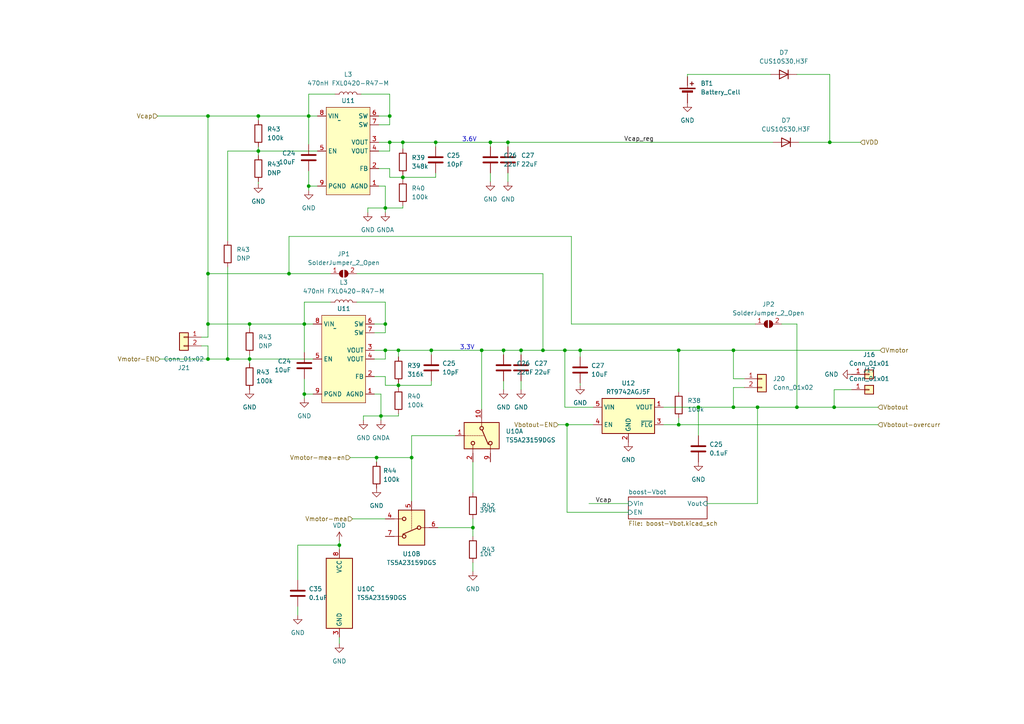
<source format=kicad_sch>
(kicad_sch (version 20230121) (generator eeschema)
  (paper "A4")
  (lib_symbols
    (symbol "Analog_Switch:TS5A23159DGS"
      (property "Reference" "U" (at -5.08 8.89 0))
      (property "Value" "TS5A23159DGS" (at -5.08 6.985 0))
      (symbol "TS5A23159DGS_1_1"
        (rectangle (start -3.81 5.08) (end 3.81 -5.08) (stroke (width 0.254)) (fill (type background)))
        (circle (center -2.159 0) (radius 0.508) (stroke (width 0.254)))
        (polyline (pts (xy -5.08 0) (xy -2.794 0)))
        (polyline (pts (xy -1.651 0.127) (xy 2.54 1.905)) (stroke (width 0.254)))
        (polyline (pts (xy 0 -5.08) (xy 0 -4.572)))
        (polyline (pts (xy 0 -4.318) (xy 0 -4.064)))
        (polyline (pts (xy 0 -3.81) (xy 0 -3.556)))
        (polyline (pts (xy 0 -3.302) (xy 0 -3.048)))
        (polyline (pts (xy 0 -2.794) (xy 0 -2.54)))
        (polyline (pts (xy 0 -2.286) (xy 0 -2.032)))
        (polyline (pts (xy 0 -1.778) (xy 0 -1.524)))
        (polyline (pts (xy 0 -1.27) (xy 0 -1.016)))
        (polyline (pts (xy 0 -0.762) (xy 0 -0.508)))
        (polyline (pts (xy 0 -0.254) (xy 0 0)))
        (polyline (pts (xy 0 0.254) (xy 0 0.508)))
        (polyline (pts (xy 5.08 -2.54) (xy 2.794 -2.54)))
        (polyline (pts (xy 5.08 2.54) (xy 2.794 2.54)))
        (circle (center 2.159 -2.54) (radius 0.508) (stroke (width 0.254)))
        (circle (center 2.159 2.54) (radius 0.508) (stroke (width 0.254)))
        (pin input line (at 0 -7.62 90) (length 2.54) (name "~") (number "1"))
        (pin passive line (at -7.62 0 0) (length 2.54) (name "~") (number "10"))
        (pin passive line (at 7.62 -2.54 180) (length 2.54) (name "~") (number "2"))
        (pin passive line (at 7.62 2.54 180) (length 2.54) (name "~") (number "9"))
      )
      (symbol "TS5A23159DGS_2_1"
        (rectangle (start -3.81 5.08) (end 3.81 -5.08) (stroke (width 0.254)) (fill (type background)))
        (circle (center -2.159 0) (radius 0.508) (stroke (width 0.254)))
        (polyline (pts (xy -5.08 0) (xy -2.794 0)))
        (polyline (pts (xy -1.651 0.127) (xy 2.54 1.905)) (stroke (width 0.254)))
        (polyline (pts (xy 0 -5.08) (xy 0 -4.572)))
        (polyline (pts (xy 0 -4.318) (xy 0 -4.064)))
        (polyline (pts (xy 0 -3.81) (xy 0 -3.556)))
        (polyline (pts (xy 0 -3.302) (xy 0 -3.048)))
        (polyline (pts (xy 0 -2.794) (xy 0 -2.54)))
        (polyline (pts (xy 0 -2.286) (xy 0 -2.032)))
        (polyline (pts (xy 0 -1.778) (xy 0 -1.524)))
        (polyline (pts (xy 0 -1.27) (xy 0 -1.016)))
        (polyline (pts (xy 0 -0.762) (xy 0 -0.508)))
        (polyline (pts (xy 0 -0.254) (xy 0 0)))
        (polyline (pts (xy 0 0.254) (xy 0 0.508)))
        (polyline (pts (xy 5.08 -2.54) (xy 2.794 -2.54)))
        (polyline (pts (xy 5.08 2.54) (xy 2.794 2.54)))
        (circle (center 2.159 -2.54) (radius 0.508) (stroke (width 0.254)))
        (circle (center 2.159 2.54) (radius 0.508) (stroke (width 0.254)))
        (pin passive line (at 7.62 -2.54 180) (length 2.54) (name "~") (number "4"))
        (pin input line (at 0 -7.62 90) (length 2.54) (name "~") (number "5"))
        (pin passive line (at -7.62 0 0) (length 2.54) (name "~") (number "6"))
        (pin passive line (at 7.62 2.54 180) (length 2.54) (name "~") (number "7"))
      )
      (symbol "TS5A23159DGS_3_1"
        (rectangle (start -3.81 10.16) (end 3.81 -10.16) (stroke (width 0.254)) (fill (type background)))
        (pin power_in line (at 0 -12.7 90) (length 2.54) (name "GND") (number "3"))
        (pin power_in line (at 0 12.7 270) (length 2.54) (name "VCC") (number "8"))
      )
    )
    (symbol "Connector_Generic:Conn_01x01" (pin_names (offset 1.016) hide)
      (property "Reference" "J" (at 0 2.54 0))
      (property "Value" "Conn_01x01" (at 0 -2.54 0))
      (symbol "Conn_01x01_1_1"
        (rectangle (start -1.27 0.127) (end 0 -0.127) (stroke (width 0.1524)))
        (rectangle (start -1.27 1.27) (end 1.27 -1.27) (stroke (width 0.254)) (fill (type background)))
        (pin passive line (at -5.08 0 0) (length 3.81) (name "Pin_1") (number "1"))
      )
    )
    (symbol "Connector_Generic:Conn_01x02" (pin_names (offset 1.016) hide)
      (property "Reference" "J" (at 0 2.54 0))
      (property "Value" "Conn_01x02" (at 0 -5.08 0))
      (symbol "Conn_01x02_1_1"
        (rectangle (start -1.27 -2.413) (end 0 -2.667) (stroke (width 0.1524)))
        (rectangle (start -1.27 0.127) (end 0 -0.127) (stroke (width 0.1524)))
        (rectangle (start -1.27 1.27) (end 1.27 -3.81) (stroke (width 0.254)) (fill (type background)))
        (pin passive line (at -5.08 0 0) (length 3.81) (name "Pin_1") (number "1"))
        (pin passive line (at -5.08 -2.54 0) (length 3.81) (name "Pin_2") (number "2"))
      )
    )
    (symbol "Device:Battery_Cell" (pin_numbers hide) (pin_names (offset 0) hide)
      (property "Reference" "BT" (at 2.54 2.54 0))
      (property "Value" "Battery_Cell" (at 2.54 0 0))
      (symbol "Battery_Cell_0_1"
        (rectangle (start -2.286 1.778) (end 2.286 1.524) (fill (type outline)))
        (rectangle (start -1.524 1.016) (end 1.524 0.508) (fill (type outline)))
        (polyline (pts (xy 0 0.762) (xy 0 0)))
        (polyline (pts (xy 0 1.778) (xy 0 2.54)))
        (polyline (pts (xy 0.762 3.048) (xy 1.778 3.048)) (stroke (width 0.254)))
        (polyline (pts (xy 1.27 3.556) (xy 1.27 2.54)) (stroke (width 0.254)))
      )
      (symbol "Battery_Cell_1_1"
        (pin passive line (at 0 5.08 270) (length 2.54) (name "+") (number "1"))
        (pin passive line (at 0 -2.54 90) (length 2.54) (name "-") (number "2"))
      )
    )
    (symbol "Device:C" (pin_numbers hide) (pin_names (offset 0.254))
      (property "Reference" "C" (at 0.635 2.54 0))
      (property "Value" "C" (at 0.635 -2.54 0))
      (symbol "C_0_1"
        (polyline (pts (xy -2.032 -0.762) (xy 2.032 -0.762)) (stroke (width 0.508)))
        (polyline (pts (xy -2.032 0.762) (xy 2.032 0.762)) (stroke (width 0.508)))
      )
      (symbol "C_1_1"
        (pin passive line (at 0 3.81 270) (length 2.794) (name "~") (number "1"))
        (pin passive line (at 0 -3.81 90) (length 2.794) (name "~") (number "2"))
      )
    )
    (symbol "Device:L" (pin_numbers hide) (pin_names (offset 1.016) hide)
      (property "Reference" "L" (at -1.27 0 90))
      (property "Value" "L" (at 1.905 0 90))
      (symbol "L_0_1"
        (arc (start 0 -2.54) (mid 0.6323 -1.905) (end 0 -1.27))
        (arc (start 0 -1.27) (mid 0.6323 -0.635) (end 0 0))
        (arc (start 0 0) (mid 0.6323 0.635) (end 0 1.27))
        (arc (start 0 1.27) (mid 0.6323 1.905) (end 0 2.54))
      )
      (symbol "L_1_1"
        (pin passive line (at 0 3.81 270) (length 1.27) (name "1") (number "1"))
        (pin passive line (at 0 -3.81 90) (length 1.27) (name "2") (number "2"))
      )
    )
    (symbol "Device:R" (pin_numbers hide) (pin_names (offset 0))
      (property "Reference" "R" (at 2.032 0 90))
      (property "Value" "R" (at 0 0 90))
      (symbol "R_0_1"
        (rectangle (start -1.016 -2.54) (end 1.016 2.54) (stroke (width 0.254)))
      )
      (symbol "R_1_1"
        (pin passive line (at 0 3.81 270) (length 1.27) (name "~") (number "1"))
        (pin passive line (at 0 -3.81 90) (length 1.27) (name "~") (number "2"))
      )
    )
    (symbol "Diode:1N4148WS" (pin_numbers hide) (pin_names hide)
      (property "Reference" "D" (at 0 2.54 0))
      (property "Value" "1N4148WS" (at 0 -2.54 0))
      (symbol "1N4148WS_0_1"
        (polyline (pts (xy -1.27 1.27) (xy -1.27 -1.27)) (stroke (width 0.254)))
        (polyline (pts (xy 1.27 0) (xy -1.27 0)))
        (polyline (pts (xy 1.27 1.27) (xy 1.27 -1.27) (xy -1.27 0) (xy 1.27 1.27)) (stroke (width 0.254)))
      )
      (symbol "1N4148WS_1_1"
        (pin passive line (at -3.81 0 0) (length 2.54) (name "K") (number "1"))
        (pin passive line (at 3.81 0 180) (length 2.54) (name "A") (number "2"))
      )
    )
    (symbol "Jumper:SolderJumper_2_Open" (pin_names (offset 0) hide)
      (property "Reference" "JP" (at 0 2.032 0))
      (property "Value" "SolderJumper_2_Open" (at 0 -2.54 0))
      (symbol "SolderJumper_2_Open_0_1"
        (arc (start -0.254 1.016) (mid -1.2656 0) (end -0.254 -1.016))
        (arc (start -0.254 1.016) (mid -1.2656 0) (end -0.254 -1.016) (fill (type outline)))
        (polyline (pts (xy -0.254 1.016) (xy -0.254 -1.016)))
        (polyline (pts (xy 0.254 1.016) (xy 0.254 -1.016)))
        (arc (start 0.254 -1.016) (mid 1.2656 0) (end 0.254 1.016))
        (arc (start 0.254 -1.016) (mid 1.2656 0) (end 0.254 1.016) (fill (type outline)))
      )
      (symbol "SolderJumper_2_Open_1_1"
        (pin passive line (at -3.81 0 0) (length 2.54) (name "A") (number "1"))
        (pin passive line (at 3.81 0 180) (length 2.54) (name "B") (number "2"))
      )
    )
    (symbol "Power_Management:RT9742AGJ5F"
      (property "Reference" "U" (at 0 10.16 0))
      (property "Value" "RT9742AGJ5F" (at 0 7.62 0))
      (symbol "RT9742AGJ5F_0_1"
        (rectangle (start -7.62 5.08) (end 7.62 -5.08) (stroke (width 0.254)) (fill (type background)))
      )
      (symbol "RT9742AGJ5F_1_1"
        (pin power_out line (at 10.16 2.54 180) (length 2.54) (name "VOUT") (number "1"))
        (pin power_in line (at 0 -7.62 90) (length 2.54) (name "GND") (number "2"))
        (pin open_collector line (at 10.16 -2.54 180) (length 2.54) (name "~{FLG}") (number "3"))
        (pin input line (at -10.16 -2.54 0) (length 2.54) (name "EN") (number "4"))
        (pin power_in line (at -10.16 2.54 0) (length 2.54) (name "VIN") (number "5"))
      )
    )
    (symbol "boost-TPS61021A_1"
      (property "Reference" "U" (at 0 13.97 0))
      (symbol "boost-TPS61021A_1_1_1"
        (rectangle (start -6.35 12.7) (end 6.35 -12.7) (fill (type background)))
        (pin input line (at 8.89 -10.16 180) (length 2.54) (name "AGND") (number "1"))
        (pin input line (at 8.89 -5.08 180) (length 2.54) (name "FB") (number "2"))
        (pin power_out line (at 8.89 2.54 180) (length 2.54) (name "VOUT") (number "3"))
        (pin power_out line (at 8.89 0 180) (length 2.54) (name "VOUT") (number "4"))
        (pin input line (at -8.89 0 0) (length 2.54) (name "EN") (number "5"))
        (pin power_out line (at 8.89 10.16 180) (length 2.54) (name "SW") (number "6"))
        (pin power_out line (at 8.89 7.62 180) (length 2.54) (name "SW") (number "7"))
        (pin power_in line (at -8.89 10.16 0) (length 2.54) (name "VIN") (number "8"))
        (pin power_in line (at -8.89 -10.16 0) (length 2.54) (name "PGND") (number "9"))
      )
    )
    (symbol "power:GND" (power) (pin_names (offset 0))
      (property "Value" "GND" (at 0 -3.81 0))
      (symbol "GND_0_1"
        (polyline (pts (xy 0 0) (xy 0 -1.27) (xy 1.27 -1.27) (xy 0 -2.54) (xy -1.27 -1.27) (xy 0 -1.27)))
      )
      (symbol "GND_1_1"
        (pin power_in line (at 0 0 270) (length 0) hide (name "GND") (number "1"))
      )
    )
    (symbol "power:GNDA" (power) (pin_names (offset 0))
      (property "Value" "GNDA" (at 0 -3.81 0))
      (symbol "GNDA_0_1"
        (polyline (pts (xy 0 0) (xy 0 -1.27) (xy 1.27 -1.27) (xy 0 -2.54) (xy -1.27 -1.27) (xy 0 -1.27)))
      )
      (symbol "GNDA_1_1"
        (pin power_in line (at 0 0 270) (length 0) hide (name "GNDA") (number "1"))
      )
    )
    (symbol "power:VDD" (power) (pin_names (offset 0))
      (property "Value" "VDD" (at 0 3.81 0))
      (symbol "VDD_0_1"
        (polyline (pts (xy -0.762 1.27) (xy 0 2.54)))
        (polyline (pts (xy 0 0) (xy 0 2.54)))
        (polyline (pts (xy 0 2.54) (xy 0.762 1.27)))
      )
      (symbol "VDD_1_1"
        (pin power_in line (at 0 0 90) (length 0) hide (name "VDD") (number "1"))
      )
    )
  )
  (junction (at 115.57 101.6))
  (junction (at 111.76 101.6))
  (junction (at 60.325 79.375))
  (junction (at 60.325 104.14))
  (junction (at 212.725 118.11))
  (junction (at 110.49 120.65))
  (junction (at 163.83 101.6))
  (junction (at 88.265 114.3))
  (junction (at 60.325 33.655))
  (junction (at 116.84 51.435))
  (junction (at 168.275 101.6))
  (junction (at 139.7 101.6))
  (junction (at 147.32 41.275))
  (junction (at 157.48 101.6))
  (junction (at 196.85 123.19))
  (junction (at 151.13 101.6))
  (junction (at 111.76 93.98))
  (junction (at 164.465 123.19))
  (junction (at 212.725 101.6))
  (junction (at 116.84 41.275))
  (junction (at 240.665 41.275))
  (junction (at 126.365 41.275))
  (junction (at 113.03 33.655))
  (junction (at 89.535 33.655))
  (junction (at 241.935 118.11))
  (junction (at 98.425 158.115))
  (junction (at 66.04 104.14))
  (junction (at 137.16 153.035))
  (junction (at 88.265 93.98))
  (junction (at 146.05 101.6))
  (junction (at 111.76 60.325))
  (junction (at 72.39 93.98))
  (junction (at 115.57 111.76))
  (junction (at 231.14 118.11))
  (junction (at 202.565 118.11))
  (junction (at 125.095 101.6))
  (junction (at 74.93 33.655))
  (junction (at 89.535 53.975))
  (junction (at 60.325 93.98))
  (junction (at 109.22 132.715))
  (junction (at 74.93 43.815))
  (junction (at 72.39 104.14))
  (junction (at 142.24 41.275))
  (junction (at 119.38 132.715))
  (junction (at 113.03 41.275))
  (junction (at 83.82 79.375))
  (junction (at 219.71 118.11))
  (junction (at 196.85 101.6))
  (wire (pts (xy 88.265 87.63) (xy 88.265 93.98)))
  (wire (pts (xy 116.84 41.275) (xy 116.84 43.18)))
  (wire (pts (xy 116.84 41.275) (xy 126.365 41.275)))
  (wire (pts (xy 60.325 100.33) (xy 60.325 104.14)))
  (wire (pts (xy 105.41 120.65) (xy 110.49 120.65)))
  (wire (pts (xy 58.42 97.79) (xy 60.325 97.79)))
  (wire (pts (xy 89.535 33.655) (xy 92.075 33.655)))
  (wire (pts (xy 151.13 113.03) (xy 151.13 110.49)))
  (wire (pts (xy 205.105 146.05) (xy 219.71 146.05)))
  (wire (pts (xy 231.775 41.275) (xy 240.665 41.275)))
  (wire (pts (xy 115.57 111.76) (xy 115.57 112.395)))
  (wire (pts (xy 72.39 93.98) (xy 72.39 95.25)))
  (wire (pts (xy 212.725 118.11) (xy 219.71 118.11)))
  (wire (pts (xy 240.665 21.59) (xy 240.665 41.275)))
  (wire (pts (xy 126.365 41.275) (xy 126.365 42.545)))
  (wire (pts (xy 109.855 41.275) (xy 113.03 41.275)))
  (wire (pts (xy 106.68 60.325) (xy 111.76 60.325)))
  (wire (pts (xy 72.39 104.14) (xy 72.39 105.41)))
  (wire (pts (xy 157.48 79.375) (xy 157.48 101.6)))
  (wire (pts (xy 111.76 109.22) (xy 111.76 111.76)))
  (wire (pts (xy 113.03 48.895) (xy 113.03 51.435)))
  (wire (pts (xy 164.465 148.59) (xy 164.465 123.19)))
  (wire (pts (xy 74.93 43.815) (xy 92.075 43.815)))
  (wire (pts (xy 215.9 109.855) (xy 212.725 109.855)))
  (wire (pts (xy 111.76 53.975) (xy 111.76 60.325)))
  (wire (pts (xy 111.76 104.14) (xy 111.76 101.6)))
  (wire (pts (xy 106.68 61.595) (xy 106.68 60.325)))
  (wire (pts (xy 74.93 43.815) (xy 74.93 45.085)))
  (wire (pts (xy 111.76 93.98) (xy 111.76 87.63)))
  (wire (pts (xy 219.71 118.11) (xy 231.14 118.11)))
  (wire (pts (xy 126.365 51.435) (xy 126.365 50.165)))
  (wire (pts (xy 108.585 114.3) (xy 110.49 114.3)))
  (wire (pts (xy 74.93 33.655) (xy 74.93 34.925)))
  (wire (pts (xy 196.85 101.6) (xy 212.725 101.6)))
  (wire (pts (xy 164.465 123.19) (xy 172.085 123.19)))
  (wire (pts (xy 72.39 93.98) (xy 88.265 93.98)))
  (wire (pts (xy 199.39 22.225) (xy 199.39 21.59)))
  (wire (pts (xy 113.03 36.195) (xy 113.03 33.655)))
  (wire (pts (xy 119.38 132.715) (xy 119.38 145.415)))
  (wire (pts (xy 147.32 41.275) (xy 224.155 41.275)))
  (wire (pts (xy 88.265 93.98) (xy 88.265 102.235)))
  (wire (pts (xy 161.925 123.19) (xy 164.465 123.19)))
  (wire (pts (xy 172.085 118.11) (xy 163.83 118.11)))
  (wire (pts (xy 108.585 104.14) (xy 111.76 104.14)))
  (wire (pts (xy 212.725 101.6) (xy 255.27 101.6)))
  (wire (pts (xy 115.57 120.65) (xy 110.49 120.65)))
  (wire (pts (xy 74.93 33.655) (xy 89.535 33.655)))
  (wire (pts (xy 60.325 93.98) (xy 72.39 93.98)))
  (wire (pts (xy 89.535 53.975) (xy 89.535 55.245)))
  (wire (pts (xy 109.855 43.815) (xy 113.03 43.815)))
  (wire (pts (xy 126.365 41.275) (xy 142.24 41.275)))
  (wire (pts (xy 113.03 27.305) (xy 104.775 27.305)))
  (wire (pts (xy 151.13 101.6) (xy 157.48 101.6)))
  (wire (pts (xy 66.04 43.815) (xy 66.04 69.85)))
  (wire (pts (xy 139.7 101.6) (xy 146.05 101.6)))
  (wire (pts (xy 98.425 156.845) (xy 98.425 158.115)))
  (wire (pts (xy 247.015 113.03) (xy 241.935 113.03)))
  (wire (pts (xy 108.585 93.98) (xy 111.76 93.98)))
  (wire (pts (xy 146.05 101.6) (xy 151.13 101.6)))
  (wire (pts (xy 111.76 60.325) (xy 111.76 61.595)))
  (wire (pts (xy 231.14 93.98) (xy 231.14 118.11)))
  (wire (pts (xy 139.7 101.6) (xy 139.7 118.745)))
  (wire (pts (xy 113.03 33.655) (xy 113.03 27.305)))
  (wire (pts (xy 109.22 132.715) (xy 119.38 132.715)))
  (wire (pts (xy 66.04 104.14) (xy 72.39 104.14)))
  (wire (pts (xy 109.22 132.715) (xy 109.22 133.985)))
  (wire (pts (xy 111.76 87.63) (xy 103.505 87.63)))
  (wire (pts (xy 98.425 184.785) (xy 98.425 186.69)))
  (wire (pts (xy 199.39 21.59) (xy 223.52 21.59)))
  (wire (pts (xy 115.57 111.76) (xy 125.095 111.76)))
  (wire (pts (xy 109.855 53.975) (xy 111.76 53.975)))
  (wire (pts (xy 115.57 111.125) (xy 115.57 111.76)))
  (wire (pts (xy 163.83 101.6) (xy 168.275 101.6)))
  (wire (pts (xy 125.095 101.6) (xy 125.095 102.87)))
  (wire (pts (xy 110.49 120.65) (xy 110.49 121.92)))
  (wire (pts (xy 86.36 178.435) (xy 86.36 175.895)))
  (wire (pts (xy 89.535 33.655) (xy 89.535 41.91)))
  (wire (pts (xy 105.41 121.92) (xy 105.41 120.65)))
  (wire (pts (xy 151.13 101.6) (xy 151.13 102.87)))
  (wire (pts (xy 88.265 114.3) (xy 88.265 115.57)))
  (wire (pts (xy 88.265 109.855) (xy 88.265 114.3)))
  (wire (pts (xy 137.16 153.035) (xy 137.16 155.575)))
  (wire (pts (xy 146.05 113.03) (xy 146.05 110.49)))
  (wire (pts (xy 108.585 96.52) (xy 111.76 96.52)))
  (wire (pts (xy 113.03 51.435) (xy 116.84 51.435)))
  (wire (pts (xy 215.9 112.395) (xy 212.725 112.395)))
  (wire (pts (xy 142.24 41.275) (xy 147.32 41.275)))
  (wire (pts (xy 45.72 33.655) (xy 60.325 33.655)))
  (wire (pts (xy 231.14 21.59) (xy 240.665 21.59)))
  (wire (pts (xy 182.245 148.59) (xy 164.465 148.59)))
  (wire (pts (xy 115.57 101.6) (xy 125.095 101.6)))
  (wire (pts (xy 163.83 118.11) (xy 163.83 101.6)))
  (wire (pts (xy 88.265 93.98) (xy 90.805 93.98)))
  (wire (pts (xy 72.39 102.87) (xy 72.39 104.14)))
  (wire (pts (xy 86.36 168.275) (xy 86.36 158.115)))
  (wire (pts (xy 109.855 48.895) (xy 113.03 48.895)))
  (wire (pts (xy 127 153.035) (xy 137.16 153.035)))
  (wire (pts (xy 110.49 114.3) (xy 110.49 120.65)))
  (wire (pts (xy 46.355 104.14) (xy 60.325 104.14)))
  (wire (pts (xy 60.325 33.655) (xy 60.325 79.375)))
  (wire (pts (xy 89.535 49.53) (xy 89.535 53.975)))
  (wire (pts (xy 119.38 126.365) (xy 119.38 132.715)))
  (wire (pts (xy 241.935 113.03) (xy 241.935 118.11)))
  (wire (pts (xy 74.93 53.34) (xy 74.93 52.705)))
  (wire (pts (xy 168.275 101.6) (xy 196.85 101.6)))
  (wire (pts (xy 109.855 36.195) (xy 113.03 36.195)))
  (wire (pts (xy 137.16 150.495) (xy 137.16 153.035)))
  (wire (pts (xy 165.735 93.98) (xy 165.735 68.58)))
  (wire (pts (xy 125.095 111.76) (xy 125.095 110.49)))
  (wire (pts (xy 116.84 60.325) (xy 116.84 59.69)))
  (wire (pts (xy 196.85 101.6) (xy 196.85 113.665)))
  (wire (pts (xy 116.84 50.8) (xy 116.84 51.435)))
  (wire (pts (xy 86.36 158.115) (xy 98.425 158.115)))
  (wire (pts (xy 212.725 109.855) (xy 212.725 101.6)))
  (wire (pts (xy 241.935 118.11) (xy 254.635 118.11)))
  (wire (pts (xy 66.04 43.815) (xy 74.93 43.815)))
  (wire (pts (xy 132.08 126.365) (xy 119.38 126.365)))
  (wire (pts (xy 111.76 96.52) (xy 111.76 93.98)))
  (wire (pts (xy 196.85 123.19) (xy 196.85 121.285)))
  (wire (pts (xy 102.235 150.495) (xy 111.76 150.495)))
  (wire (pts (xy 95.885 87.63) (xy 88.265 87.63)))
  (wire (pts (xy 60.325 33.655) (xy 74.93 33.655)))
  (wire (pts (xy 147.32 41.275) (xy 147.32 42.545)))
  (wire (pts (xy 109.855 33.655) (xy 113.03 33.655)))
  (wire (pts (xy 113.03 41.275) (xy 116.84 41.275)))
  (wire (pts (xy 97.155 27.305) (xy 89.535 27.305)))
  (wire (pts (xy 165.735 68.58) (xy 83.82 68.58)))
  (wire (pts (xy 101.6 132.715) (xy 109.22 132.715)))
  (wire (pts (xy 115.57 120.65) (xy 115.57 120.015)))
  (wire (pts (xy 231.14 118.11) (xy 241.935 118.11)))
  (wire (pts (xy 212.725 112.395) (xy 212.725 118.11)))
  (wire (pts (xy 111.76 111.76) (xy 115.57 111.76)))
  (wire (pts (xy 240.665 41.275) (xy 249.555 41.275)))
  (wire (pts (xy 115.57 101.6) (xy 115.57 103.505)))
  (wire (pts (xy 219.71 146.05) (xy 219.71 118.11)))
  (wire (pts (xy 196.85 123.19) (xy 254.635 123.19)))
  (wire (pts (xy 202.565 118.11) (xy 212.725 118.11)))
  (wire (pts (xy 108.585 101.6) (xy 111.76 101.6)))
  (wire (pts (xy 168.275 101.6) (xy 168.275 103.505)))
  (wire (pts (xy 116.84 51.435) (xy 126.365 51.435)))
  (wire (pts (xy 231.14 93.98) (xy 226.695 93.98)))
  (wire (pts (xy 89.535 53.975) (xy 92.075 53.975)))
  (wire (pts (xy 60.325 79.375) (xy 83.82 79.375)))
  (wire (pts (xy 108.585 109.22) (xy 111.76 109.22)))
  (wire (pts (xy 170.815 146.05) (xy 182.245 146.05)))
  (wire (pts (xy 142.24 52.705) (xy 142.24 50.165)))
  (wire (pts (xy 202.565 118.11) (xy 202.565 126.365)))
  (wire (pts (xy 88.265 114.3) (xy 90.805 114.3)))
  (wire (pts (xy 137.16 133.985) (xy 137.16 142.875)))
  (wire (pts (xy 137.16 163.195) (xy 137.16 165.735)))
  (wire (pts (xy 103.505 79.375) (xy 157.48 79.375)))
  (wire (pts (xy 111.76 101.6) (xy 115.57 101.6)))
  (wire (pts (xy 142.24 41.275) (xy 142.24 42.545)))
  (wire (pts (xy 58.42 100.33) (xy 60.325 100.33)))
  (wire (pts (xy 66.04 77.47) (xy 66.04 104.14)))
  (wire (pts (xy 60.325 104.14) (xy 66.04 104.14)))
  (wire (pts (xy 113.03 43.815) (xy 113.03 41.275)))
  (wire (pts (xy 74.93 42.545) (xy 74.93 43.815)))
  (wire (pts (xy 125.095 101.6) (xy 139.7 101.6)))
  (wire (pts (xy 72.39 104.14) (xy 90.805 104.14)))
  (wire (pts (xy 83.82 68.58) (xy 83.82 79.375)))
  (wire (pts (xy 168.275 111.125) (xy 168.275 111.76)))
  (wire (pts (xy 157.48 101.6) (xy 163.83 101.6)))
  (wire (pts (xy 60.325 97.79) (xy 60.325 93.98)))
  (wire (pts (xy 146.05 101.6) (xy 146.05 102.87)))
  (wire (pts (xy 89.535 27.305) (xy 89.535 33.655)))
  (wire (pts (xy 147.32 52.705) (xy 147.32 50.165)))
  (wire (pts (xy 192.405 123.19) (xy 196.85 123.19)))
  (wire (pts (xy 83.82 79.375) (xy 95.885 79.375)))
  (wire (pts (xy 60.325 79.375) (xy 60.325 93.98)))
  (wire (pts (xy 116.84 51.435) (xy 116.84 52.07)))
  (wire (pts (xy 192.405 118.11) (xy 202.565 118.11)))
  (wire (pts (xy 98.425 158.115) (xy 98.425 159.385)))
  (wire (pts (xy 219.075 93.98) (xy 165.735 93.98)))
  (wire (pts (xy 116.84 60.325) (xy 111.76 60.325)))
  (text "3.6V" (at 133.985 41.275 0) (effects (font (size 1.27 1.27)) (justify left bottom)))
  (text "3.3V\n" (at 133.35 101.6 0) (effects (font (size 1.27 1.27)) (justify left bottom)))
  (label "Vcap_reg" (at 180.975 41.275 0))
  (label "Vcap" (at 172.72 146.05 0))
  (hierarchical_label "Vmotor-mea-en" (shape input) (at 101.6 132.715 180))
  (hierarchical_label "Vmotor-EN" (shape input) (at 46.355 104.14 180))
  (hierarchical_label "Vbotout-EN" (shape input) (at 161.925 123.19 180))
  (hierarchical_label "VDD" (shape input) (at 249.555 41.275 0))
  (hierarchical_label "Vcap" (shape input) (at 45.72 33.655 180))
  (hierarchical_label "Vbotout-overcurr" (shape input) (at 254.635 123.19 0))
  (hierarchical_label "Vmotor" (shape input) (at 255.27 101.6 0))
  (hierarchical_label "Vbotout" (shape input) (at 254.635 118.11 0))
  (hierarchical_label "Vmotor-mea" (shape input) (at 102.235 150.495 180))
  (symbol (lib_id "Device:R") (at 66.04 73.66 0) (unit 1)
    (property "Reference" "R43" (at 68.58 72.39 0) (effects (justify left)))
    (property "Value" "DNP" (at 68.58 74.93 0) (effects (justify left)))
    (property "Footprint" "Resistor_SMD:R_0402_1005Metric" (effects hide))
    (instances (project "FreeBot_main_v1.1b" (path "" (reference "R43") (unit 1)) (path "" (reference "R61") (unit 1))))
  )
  (symbol (lib_id "power:GND") (at 146.05 113.03 0) (unit 1)
    (property "Reference" "#PWR040" (effects hide))
    (property "Value" "GND" (at 146.05 118.11 0))
    (instances (project "FreeBot_main_v1.1b" (path "" (reference "#PWR040") (unit 1)) (path "" (reference "#PWR082") (unit 1)) (path "" (reference "#PWR081") (unit 1))))
  )
  (symbol (lib_id "Device:C") (at 125.095 106.68 180) (unit 1)
    (property "Reference" "C25" (at 128.27 105.41 0) (effects (justify right)))
    (property "Value" "10pF" (at 128.27 107.95 0) (effects (justify right)))
    (property "Footprint" "Capacitor_SMD:C_0402_1005Metric" (effects hide))
  )
  (symbol (lib_id "Jumper:SolderJumper_2_Open") (at 99.695 79.375 0) (unit 1)
    (property "Reference" "JP1" (at 99.695 73.66 0))
    (property "Value" "SolderJumper_2_Open" (at 99.695 76.2 0))
    (property "Footprint" "Resistor_SMD:R_1206_3216Metric" (effects hide))
  )
  (symbol (lib_id "Connector_Generic:Conn_01x02") (at 220.98 109.855 0) (unit 1)
    (property "Reference" "J20" (at 224.155 109.855 0) (effects (justify left)))
    (property "Value" "Conn_01x02" (at 224.155 112.395 0) (effects (justify left)))
    (property "Footprint" "Connector_PinHeader_2.54mm:PinHeader_1x02_P2.54mm_Vertical" (effects hide))
  )
  (symbol (lib_id "power:GND") (at 106.68 61.595 0) (unit 1)
    (property "Reference" "#PWR040" (effects hide))
    (property "Value" "GND" (at 106.68 66.675 0))
    (instances (project "FreeBot_main_v1.1b" (path "" (reference "#PWR040") (unit 1)) (path "" (reference "#PWR078") (unit 1)) (path "" (reference "#PWR023") (unit 1))))
  )
  (symbol (lib_name "boost-TPS61021A_1") (lib_id "Fan_pwr:boost-TPS61021A") (at 100.965 43.815 0) (unit 1)
    (property "Reference" "U11" (at 100.9844 29.21 0))
    (property "Value" "~" (at 98.425 34.925 0))
    (property "Footprint" "Package_SON:WSON-8-1EP_2x2mm_P0.5mm_EP0.9x1.6mm_ThermalVias" (effects hide))
    (instances (project "FreeBot_main_v1.1b" (path "" (reference "U11") (unit 1)) (path "" (reference "U1") (unit 1))))
  )
  (symbol (lib_id "Device:C") (at 126.365 46.355 180) (unit 1)
    (property "Reference" "C25" (at 129.54 45.085 0) (effects (justify right)))
    (property "Value" "10pF" (at 129.54 47.625 0) (effects (justify right)))
    (property "Footprint" "Capacitor_SMD:C_0402_1005Metric" (effects hide))
    (instances (project "FreeBot_main_v1.1b" (path "" (reference "C25") (unit 1)) (path "" (reference "C2") (unit 1))))
  )
  (symbol (lib_id "power:GND") (at 137.16 165.735 0) (unit 1)
    (property "Reference" "#PWR040" (effects hide))
    (property "Value" "GND" (at 137.16 170.815 0))
    (instances (project "FreeBot_main_v1.1b" (path "" (reference "#PWR040") (unit 1)) (path "" (reference "#PWR084") (unit 1)) (path "" (reference "#PWR099") (unit 1))))
  )
  (symbol (lib_id "Diode:1N4148WS") (at 227.33 21.59 180) (unit 1)
    (property "Reference" "D7" (at 227.33 15.24 0))
    (property "Value" "CUS10S30,H3F" (at 227.33 17.78 0))
    (property "Footprint" "Diode_SMD:D_SOD-323" (effects hide))
    (property "Datasheet" "https://www.vishay.com/docs/85751/1n4148ws.pdf" (effects hide))
    (property "Sim.Device" "D" (effects hide))
    (property "Sim.Pins" "1=K 2=A" (effects hide))
    (instances (project "FreeBot_main_v1.1b" (path "" (reference "D7") (unit 1)) (path "" (reference "D17") (unit 1))))
  )
  (symbol (lib_id "Device:C") (at 88.265 106.045 0) (mirror y) (unit 1)
    (property "Reference" "C24" (at 84.455 104.775 0) (effects (justify left)))
    (property "Value" "10uF" (at 84.455 107.315 0) (effects (justify left)))
    (property "Footprint" "Capacitor_SMD:C_0603_1608Metric" (effects hide))
  )
  (symbol (lib_id "Device:C") (at 168.275 107.315 0) (unit 1)
    (property "Reference" "C27" (at 171.45 106.045 0) (effects (justify left)))
    (property "Value" "10uF" (at 171.45 108.585 0) (effects (justify left)))
    (property "Footprint" "Capacitor_SMD:C_0603_1608Metric" (effects hide))
    (instances (project "FreeBot_main_v1.1b" (path "" (reference "C27") (unit 1)) (path "" (reference "C30") (unit 1))))
  )
  (symbol (lib_id "power:GND") (at 168.275 111.76 0) (unit 1)
    (property "Reference" "#PWR040" (effects hide))
    (property "Value" "GND" (at 168.275 116.84 0))
    (instances (project "FreeBot_main_v1.1b" (path "" (reference "#PWR040") (unit 1)) (path "" (reference "#PWR083") (unit 1)) (path "" (reference "#PWR0108") (unit 1))))
  )
  (symbol (lib_id "Device:R") (at 116.84 46.99 0) (unit 1)
    (property "Reference" "R39" (at 119.38 45.72 0) (effects (justify left)))
    (property "Value" "348k" (at 119.38 48.26 0) (effects (justify left)))
    (property "Footprint" "Resistor_SMD:R_0402_1005Metric" (effects hide))
    (instances (project "FreeBot_main_v1.1b" (path "" (reference "R39") (unit 1)) (path "" (reference "R34") (unit 1))))
  )
  (symbol (lib_id "Diode:1N4148WS") (at 227.965 41.275 180) (unit 1)
    (property "Reference" "D7" (at 227.965 34.925 0))
    (property "Value" "CUS10S30,H3F" (at 227.965 37.465 0))
    (property "Footprint" "Diode_SMD:D_SOD-323" (effects hide))
    (property "Datasheet" "https://www.vishay.com/docs/85751/1n4148ws.pdf" (effects hide))
    (property "Sim.Device" "D" (effects hide))
    (property "Sim.Pins" "1=K 2=A" (effects hide))
    (instances (project "FreeBot_main_v1.1b" (path "" (reference "D7") (unit 1)) (path "" (reference "D6") (unit 1))))
  )
  (symbol (lib_id "Device:C") (at 151.13 106.68 0) (unit 1)
    (property "Reference" "C27" (at 154.94 105.41 0) (effects (justify left)))
    (property "Value" "22uF" (at 154.94 107.95 0) (effects (justify left)))
    (property "Footprint" "Capacitor_SMD:C_0603_1608Metric" (effects hide))
  )
  (symbol (lib_id "Device:C") (at 146.05 106.68 0) (unit 1)
    (property "Reference" "C26" (at 149.86 105.41 0) (effects (justify left)))
    (property "Value" "22uF" (at 149.86 107.95 0) (effects (justify left)))
    (property "Footprint" "Capacitor_SMD:C_0603_1608Metric" (effects hide))
  )
  (symbol (lib_id "power:GND") (at 98.425 186.69 0) (unit 1)
    (property "Reference" "#PWR040" (effects hide))
    (property "Value" "GND" (at 98.425 191.77 0))
    (instances (project "FreeBot_main_v1.1b" (path "" (reference "#PWR040") (unit 1)) (path "" (reference "#PWR031") (unit 1)) (path "" (reference "#PWR038") (unit 1))))
  )
  (symbol (lib_id "power:GND") (at 182.245 128.27 0) (unit 1)
    (property "Reference" "#PWR040" (effects hide))
    (property "Value" "GND" (at 182.245 133.35 0))
    (instances (project "FreeBot_main_v1.1b" (path "" (reference "#PWR040") (unit 1)) (path "" (reference "#PWR079") (unit 1)) (path "" (reference "#PWR083") (unit 1))))
  )
  (symbol (lib_id "power:GNDA") (at 111.76 61.595 0) (unit 1)
    (property "Reference" "#PWR080" (effects hide))
    (property "Value" "GNDA" (at 111.76 66.675 0))
    (instances (project "FreeBot_main_v1.1b" (path "" (reference "#PWR080") (unit 1)) (path "" (reference "#PWR024") (unit 1))))
  )
  (symbol (lib_id "Device:R") (at 109.22 137.795 0) (unit 1)
    (property "Reference" "R44" (at 111.125 136.525 0) (effects (justify left)))
    (property "Value" "100k" (at 111.125 139.065 0) (effects (justify left)))
    (property "Footprint" "Resistor_SMD:R_0402_1005Metric" (effects hide))
    (instances (project "FreeBot_main_v1.1b" (path "" (reference "R44") (unit 1)) (path "" (reference "R48") (unit 1))))
  )
  (symbol (lib_id "Jumper:SolderJumper_2_Open") (at 222.885 93.98 0) (unit 1)
    (property "Reference" "JP2" (at 222.885 88.265 0))
    (property "Value" "SolderJumper_2_Open" (at 222.885 90.805 0))
    (property "Footprint" "Resistor_SMD:R_1206_3216Metric" (effects hide))
  )
  (symbol (lib_id "Device:R") (at 115.57 107.315 0) (unit 1)
    (property "Reference" "R39" (at 118.11 106.045 0) (effects (justify left)))
    (property "Value" "316k" (at 118.11 108.585 0) (effects (justify left)))
    (property "Footprint" "Resistor_SMD:R_0402_1005Metric" (effects hide))
  )
  (symbol (lib_id "power:GND") (at 151.13 113.03 0) (unit 1)
    (property "Reference" "#PWR040" (effects hide))
    (property "Value" "GND" (at 151.13 118.11 0))
    (instances (project "FreeBot_main_v1.1b" (path "" (reference "#PWR040") (unit 1)) (path "" (reference "#PWR083") (unit 1)) (path "" (reference "#PWR082") (unit 1))))
  )
  (symbol (lib_name "boost-TPS61021A_1") (lib_id "Fan_pwr:boost-TPS61021A") (at 99.695 104.14 0) (unit 1)
    (property "Reference" "U11" (at 99.7144 89.535 0))
    (property "Value" "~" (at 97.155 95.25 0))
    (property "Footprint" "Package_SON:WSON-8-1EP_2x2mm_P0.5mm_EP0.9x1.6mm_ThermalVias" (effects hide))
  )
  (symbol (lib_id "power:GNDA") (at 110.49 121.92 0) (unit 1)
    (property "Reference" "#PWR080" (effects hide))
    (property "Value" "GNDA" (at 110.49 127 0))
  )
  (symbol (lib_id "Analog_Switch:TS5A23159DGS") (at 139.7 126.365 270) (unit 1)
    (property "Reference" "U10" (at 146.685 125.095 90) (effects (justify left)))
    (property "Value" "TS5A23159DGS" (at 146.685 127.635 90) (effects (justify left)))
    (property "Footprint" "Package_SO:VSSOP-10_3x3mm_P0.5mm" (effects hide))
    (property "Datasheet" "http://www.ti.com/lit/ds/symlink/ts5a23159.pdf" (effects hide))
  )
  (symbol (lib_id "Device:R") (at 137.16 146.685 0) (unit 1)
    (property "Reference" "R42" (at 139.7 146.685 0) (effects (justify left)))
    (property "Value" "390k" (at 139.065 147.955 0) (effects (justify left)))
    (property "Footprint" "Resistor_SMD:R_0402_1005Metric" (effects hide))
    (instances (project "FreeBot_main_v1.1b" (path "" (reference "R42") (unit 1)) (path "" (reference "R49") (unit 1))))
  )
  (symbol (lib_id "Device:R") (at 137.16 159.385 0) (unit 1)
    (property "Reference" "R43" (at 139.7 159.385 0) (effects (justify left)))
    (property "Value" "10k" (at 139.065 160.655 0) (effects (justify left)))
    (property "Footprint" "Resistor_SMD:R_0402_1005Metric" (effects hide))
    (instances (project "FreeBot_main_v1.1b" (path "" (reference "R43") (unit 1)) (path "" (reference "R50") (unit 1))))
  )
  (symbol (lib_id "power:VDD") (at 98.425 156.845 0) (unit 1)
    (property "Reference" "#PWR030" (effects hide))
    (property "Value" "VDD" (at 98.425 152.4 0))
    (instances (project "FreeBot_main_v1.1b" (path "" (reference "#PWR030") (unit 1)) (path "" (reference "#PWR075") (unit 1)) (path "" (reference "#PWR037") (unit 1))))
  )
  (symbol (lib_id "Device:R") (at 72.39 109.22 0) (unit 1)
    (property "Reference" "R43" (at 74.295 107.95 0) (effects (justify left)))
    (property "Value" "100k" (at 74.295 110.49 0) (effects (justify left)))
    (property "Footprint" "Resistor_SMD:R_0402_1005Metric" (effects hide))
    (instances (project "FreeBot_main_v1.1b" (path "" (reference "R43") (unit 1)) (path "" (reference "R38") (unit 1))))
  )
  (symbol (lib_id "Device:C") (at 142.24 46.355 0) (unit 1)
    (property "Reference" "C26" (at 146.05 45.085 0) (effects (justify left)))
    (property "Value" "22uF" (at 146.05 47.625 0) (effects (justify left)))
    (property "Footprint" "Capacitor_SMD:C_0603_1608Metric" (effects hide))
    (instances (project "FreeBot_main_v1.1b" (path "" (reference "C26") (unit 1)) (path "" (reference "C13") (unit 1))))
  )
  (symbol (lib_id "power:GND") (at 109.22 141.605 0) (unit 1)
    (property "Reference" "#PWR040" (effects hide))
    (property "Value" "GND" (at 109.22 146.685 0))
    (instances (project "FreeBot_main_v1.1b" (path "" (reference "#PWR040") (unit 1)) (path "" (reference "#PWR085") (unit 1)) (path "" (reference "#PWR098") (unit 1))))
  )
  (symbol (lib_id "Device:R") (at 72.39 99.06 0) (unit 1)
    (property "Reference" "R43" (at 74.93 97.79 0) (effects (justify left)))
    (property "Value" "DNP" (at 74.93 100.33 0) (effects (justify left)))
    (property "Footprint" "Resistor_SMD:R_0402_1005Metric" (effects hide))
    (instances (project "FreeBot_main_v1.1b" (path "" (reference "R43") (unit 1)) (path "" (reference "R37") (unit 1))))
  )
  (symbol (lib_id "power:GND") (at 202.565 133.985 0) (unit 1)
    (property "Reference" "#PWR040" (effects hide))
    (property "Value" "GND" (at 202.565 139.065 0))
    (instances (project "FreeBot_main_v1.1b" (path "" (reference "#PWR040") (unit 1)) (path "" (reference "#PWR079") (unit 1)) (path "" (reference "#PWR0109") (unit 1))))
  )
  (symbol (lib_id "Device:R") (at 74.93 38.735 0) (unit 1)
    (property "Reference" "R43" (at 77.47 37.465 0) (effects (justify left)))
    (property "Value" "100k" (at 77.47 40.005 0) (effects (justify left)))
    (property "Footprint" "Resistor_SMD:R_0402_1005Metric" (effects hide))
    (instances (project "FreeBot_main_v1.1b" (path "" (reference "R43") (unit 1)) (path "" (reference "R36") (unit 1))))
  )
  (symbol (lib_id "Connector_Generic:Conn_01x01") (at 252.095 108.585 0) (mirror x) (unit 1)
    (property "Reference" "J16" (at 252.095 102.87 0))
    (property "Value" "Conn_01x01" (at 252.095 105.41 0))
    (property "Footprint" "Fan-Connectors:M3-side-terminal-DZ-43" (effects hide))
    (instances (project "FreeBot_main_v1.1b" (path "" (reference "J16") (unit 1)) (path "" (reference "J17") (unit 1))))
  )
  (symbol (lib_id "Device:R") (at 74.93 48.895 0) (unit 1)
    (property "Reference" "R43" (at 77.47 47.625 0) (effects (justify left)))
    (property "Value" "DNP" (at 77.47 50.165 0) (effects (justify left)))
    (property "Footprint" "Resistor_SMD:R_0402_1005Metric" (effects hide))
    (instances (project "FreeBot_main_v1.1b" (path "" (reference "R43") (unit 1)) (path "" (reference "R33") (unit 1))))
  )
  (symbol (lib_id "power:GND") (at 72.39 113.03 0) (unit 1)
    (property "Reference" "#PWR040" (effects hide))
    (property "Value" "GND" (at 72.39 118.11 0))
    (instances (project "FreeBot_main_v1.1b" (path "" (reference "#PWR040") (unit 1)) (path "" (reference "#PWR078") (unit 1)) (path "" (reference "#PWR071") (unit 1))))
  )
  (symbol (lib_id "power:GND") (at 147.32 52.705 0) (unit 1)
    (property "Reference" "#PWR040" (effects hide))
    (property "Value" "GND" (at 147.32 57.785 0))
    (instances (project "FreeBot_main_v1.1b" (path "" (reference "#PWR040") (unit 1)) (path "" (reference "#PWR083") (unit 1)) (path "" (reference "#PWR027") (unit 1))))
  )
  (symbol (lib_id "Device:R") (at 116.84 55.88 0) (unit 1)
    (property "Reference" "R40" (at 119.38 54.61 0) (effects (justify left)))
    (property "Value" "100k" (at 119.38 57.15 0) (effects (justify left)))
    (property "Footprint" "Resistor_SMD:R_0402_1005Metric" (effects hide))
    (instances (project "FreeBot_main_v1.1b" (path "" (reference "R40") (unit 1)) (path "" (reference "R35") (unit 1))))
  )
  (symbol (lib_id "power:GND") (at 105.41 121.92 0) (unit 1)
    (property "Reference" "#PWR040" (effects hide))
    (property "Value" "GND" (at 105.41 127 0))
    (instances (project "FreeBot_main_v1.1b" (path "" (reference "#PWR040") (unit 1)) (path "" (reference "#PWR078") (unit 1)) (path "" (reference "#PWR070") (unit 1))))
  )
  (symbol (lib_id "Analog_Switch:TS5A23159DGS") (at 98.425 172.085 0) (unit 3)
    (property "Reference" "U10" (at 103.505 170.815 0) (effects (justify left)))
    (property "Value" "TS5A23159DGS" (at 103.505 173.355 0) (effects (justify left)))
    (property "Footprint" "Package_SO:VSSOP-10_3x3mm_P0.5mm" (effects hide))
    (property "Datasheet" "http://www.ti.com/lit/ds/symlink/ts5a23159.pdf" (effects hide))
  )
  (symbol (lib_id "Power_Management:RT9742AGJ5F") (at 182.245 120.65 0) (unit 1)
    (property "Reference" "U12" (at 182.245 111.125 0))
    (property "Value" "RT9742AGJ5F" (at 182.245 113.665 0))
    (property "Footprint" "Package_TO_SOT_SMD:TSOT-23-5" (effects hide))
    (property "Datasheet" "https://www.richtek.com/assets/product_file/RT9742/DS9742-10.pdf" (effects hide))
  )
  (symbol (lib_id "Device:L") (at 100.965 27.305 90) (unit 1)
    (property "Reference" "L3" (at 100.965 21.59 90))
    (property "Value" "470nH FXL0420-R47-M" (at 100.965 24.13 90))
    (property "Footprint" "Inductor_SMD:L_Sunlord_MWSA0412S" (effects hide))
    (property "Datasheet" "FXL0420-R47-M" (effects hide))
    (instances (project "FreeBot_main_v1.1b" (path "" (reference "L3") (unit 1)) (path "" (reference "L2") (unit 1))))
  )
  (symbol (lib_id "Device:L") (at 99.695 87.63 90) (unit 1)
    (property "Reference" "L3" (at 99.695 81.915 90))
    (property "Value" "470nH FXL0420-R47-M" (at 99.695 84.455 90))
    (property "Footprint" "Inductor_SMD:L_Sunlord_MWSA0412S" (effects hide))
    (property "Datasheet" "FXL0420-R47-M" (effects hide))
  )
  (symbol (lib_id "Analog_Switch:TS5A23159DGS") (at 119.38 153.035 180) (unit 2)
    (property "Reference" "U10" (at 119.38 160.655 0))
    (property "Value" "TS5A23159DGS" (at 119.38 163.195 0))
    (property "Footprint" "Package_SO:VSSOP-10_3x3mm_P0.5mm" (effects hide))
    (property "Datasheet" "http://www.ti.com/lit/ds/symlink/ts5a23159.pdf" (effects hide))
  )
  (symbol (lib_id "Device:R") (at 196.85 117.475 0) (unit 1)
    (property "Reference" "R38" (at 199.39 116.205 0) (effects (justify left)))
    (property "Value" "100k" (at 199.39 118.745 0) (effects (justify left)))
    (property "Footprint" "Resistor_SMD:R_0402_1005Metric" (effects hide))
    (instances (project "FreeBot_main_v1.1b" (path "" (reference "R38") (unit 1)) (path "" (reference "R41") (unit 1))))
  )
  (symbol (lib_id "Device:Battery_Cell") (at 199.39 27.305 0) (unit 1)
    (property "Reference" "BT1" (at 203.2 24.1935 0) (effects (justify left)))
    (property "Value" "Battery_Cell" (at 203.2 26.7335 0) (effects (justify left)))
    (property "Footprint" "Battery:BatteryHolder_Keystone_3000_1x12mm" (effects hide))
  )
  (symbol (lib_id "Connector_Generic:Conn_01x01") (at 252.095 113.03 0) (mirror x) (unit 1)
    (property "Reference" "J17" (at 252.095 107.315 0))
    (property "Value" "Conn_01x01" (at 252.095 109.855 0))
    (property "Footprint" "Fan-Connectors:M3-side-terminal-DZ-32" (effects hide))
    (instances (project "FreeBot_main_v1.1b" (path "" (reference "J17") (unit 1)) (path "" (reference "J16") (unit 1))))
  )
  (symbol (lib_id "power:GND") (at 86.36 178.435 0) (unit 1)
    (property "Reference" "#PWR040" (effects hide))
    (property "Value" "GND" (at 86.36 183.515 0))
    (instances (project "FreeBot_main_v1.1b" (path "" (reference "#PWR040") (unit 1)) (path "" (reference "#PWR032") (unit 1)) (path "" (reference "#PWR036") (unit 1))))
  )
  (symbol (lib_id "power:GND") (at 74.93 53.34 0) (unit 1)
    (property "Reference" "#PWR040" (effects hide))
    (property "Value" "GND" (at 74.93 58.42 0))
    (instances (project "FreeBot_main_v1.1b" (path "" (reference "#PWR040") (unit 1)) (path "" (reference "#PWR078") (unit 1)) (path "" (reference "#PWR069") (unit 1))))
  )
  (symbol (lib_id "power:GND") (at 88.265 115.57 0) (unit 1)
    (property "Reference" "#PWR040" (effects hide))
    (property "Value" "GND" (at 88.265 120.65 0))
    (instances (project "FreeBot_main_v1.1b" (path "" (reference "#PWR040") (unit 1)) (path "" (reference "#PWR078") (unit 1)) (path "" (reference "#PWR079") (unit 1))))
  )
  (symbol (lib_id "power:GND") (at 247.015 108.585 270) (unit 1)
    (property "Reference" "#PWR040" (effects hide))
    (property "Value" "GND" (at 243.205 108.585 90) (effects (justify right)))
    (instances (project "FreeBot_main_v1.1b" (path "" (reference "#PWR040") (unit 1)) (path "" (reference "#PWR079") (unit 1)) (path "" (reference "#PWR029") (unit 1))))
  )
  (symbol (lib_id "Device:C") (at 202.565 130.175 180) (unit 1)
    (property "Reference" "C25" (at 205.74 128.905 0) (effects (justify right)))
    (property "Value" "0.1uF" (at 205.74 131.445 0) (effects (justify right)))
    (property "Footprint" "Capacitor_SMD:C_0402_1005Metric" (effects hide))
    (instances (project "FreeBot_main_v1.1b" (path "" (reference "C25") (unit 1)) (path "" (reference "C31") (unit 1))))
  )
  (symbol (lib_id "power:GND") (at 89.535 55.245 0) (unit 1)
    (property "Reference" "#PWR040" (effects hide))
    (property "Value" "GND" (at 89.535 60.325 0))
    (instances (project "FreeBot_main_v1.1b" (path "" (reference "#PWR040") (unit 1)) (path "" (reference "#PWR078") (unit 1)) (path "" (reference "#PWR04") (unit 1))))
  )
  (symbol (lib_id "Connector_Generic:Conn_01x02") (at 53.34 97.79 0) (mirror y) (unit 1)
    (property "Reference" "J21" (at 53.34 106.68 0))
    (property "Value" "Conn_01x02" (at 53.34 104.14 0))
    (property "Footprint" "Connector_JST:JST_PH_S2B-PH-SM4-TB_1x02-1MP_P2.00mm_Horizontal" (effects hide))
  )
  (symbol (lib_id "power:GND") (at 199.39 29.845 0) (unit 1)
    (property "Reference" "#PWR040" (effects hide))
    (property "Value" "GND" (at 199.39 34.925 0))
    (instances (project "FreeBot_main_v1.1b" (path "" (reference "#PWR040") (unit 1)) (path "" (reference "#PWR040") (unit 1)) (path "" (reference "#PWR068") (unit 1))))
  )
  (symbol (lib_id "Device:C") (at 86.36 172.085 0) (unit 1)
    (property "Reference" "C35" (at 89.535 170.815 0) (effects (justify left)))
    (property "Value" "0.1uF" (at 89.535 173.355 0) (effects (justify left)))
    (property "Footprint" "Capacitor_SMD:C_0402_1005Metric" (effects hide))
    (instances (project "FreeBot_main_v1.1b" (path "" (reference "C35") (unit 1)) (path "" (reference "C22") (unit 1)) (path "" (reference "C29") (unit 1))))
  )
  (symbol (lib_id "Device:R") (at 115.57 116.205 0) (unit 1)
    (property "Reference" "R40" (at 118.11 114.935 0) (effects (justify left)))
    (property "Value" "100k" (at 118.11 117.475 0) (effects (justify left)))
    (property "Footprint" "Resistor_SMD:R_0402_1005Metric" (effects hide))
  )
  (symbol (lib_id "power:GND") (at 142.24 52.705 0) (unit 1)
    (property "Reference" "#PWR040" (effects hide))
    (property "Value" "GND" (at 142.24 57.785 0))
    (instances (project "FreeBot_main_v1.1b" (path "" (reference "#PWR040") (unit 1)) (path "" (reference "#PWR082") (unit 1)) (path "" (reference "#PWR025") (unit 1))))
  )
  (symbol (lib_id "Device:C") (at 147.32 46.355 0) (unit 1)
    (property "Reference" "C27" (at 151.13 45.085 0) (effects (justify left)))
    (property "Value" "22uF" (at 151.13 47.625 0) (effects (justify left)))
    (property "Footprint" "Capacitor_SMD:C_0603_1608Metric" (effects hide))
    (instances (project "FreeBot_main_v1.1b" (path "" (reference "C27") (unit 1)) (path "" (reference "C14") (unit 1))))
  )
  (symbol (lib_id "Device:C") (at 89.535 45.72 0) (mirror y) (unit 1)
    (property "Reference" "C24" (at 85.725 44.45 0) (effects (justify left)))
    (property "Value" "10uF" (at 85.725 46.99 0) (effects (justify left)))
    (property "Footprint" "Capacitor_SMD:C_0603_1608Metric" (effects hide))
    (instances (project "FreeBot_main_v1.1b" (path "" (reference "C24") (unit 1)) (path "" (reference "C1") (unit 1))))
  )
  (sheet (at 182.245 144.145) (size 22.86 6.35) (stroke (width 0.1524))
    (property "Sheetname" "boost-Vbot" (at 182.245 143.4334 0) (effects (justify left bottom)))
    (property "Sheetfile" "boost-Vbot.kicad_sch" (at 182.245 151.0796 0) (effects (justify left top)))
    (pin "EN" input (at 182.245 148.59 180))
    (pin "Vin" input (at 182.245 146.05 180))
    (pin "Vout" input (at 205.105 146.05 0))
  )
)
</source>
